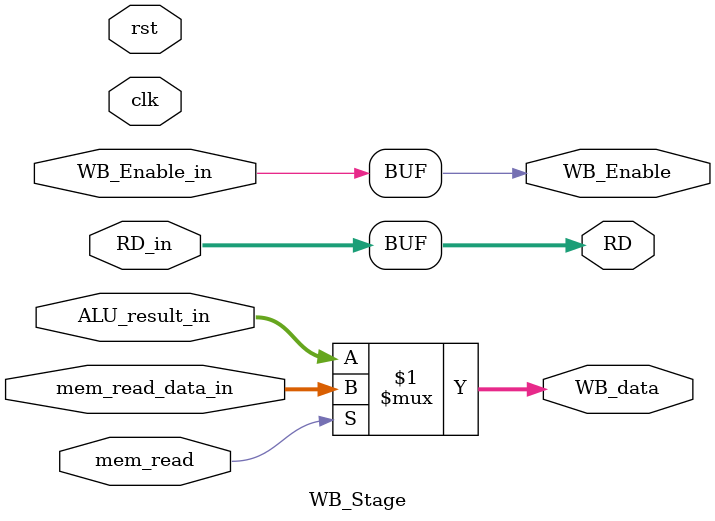
<source format=v>
module WB_Stage(clk, rst, mem_read, WB_Enable_in, RD_in, ALU_result_in,
                mem_read_data_in, WB_Enable, RD, WB_data);

    input clk, rst, mem_read, WB_Enable_in;
    input [3:0] RD_in;
    input [31:0] ALU_result_in, mem_read_data_in;
    
    output WB_Enable;
    output [3:0] RD;
    output [31:0] WB_data;
    
    assign RD = RD_in;
    
    assign WB_Enable = WB_Enable_in;
    
    assign WB_data = (mem_read)? mem_read_data_in:ALU_result_in;

endmodule




</source>
